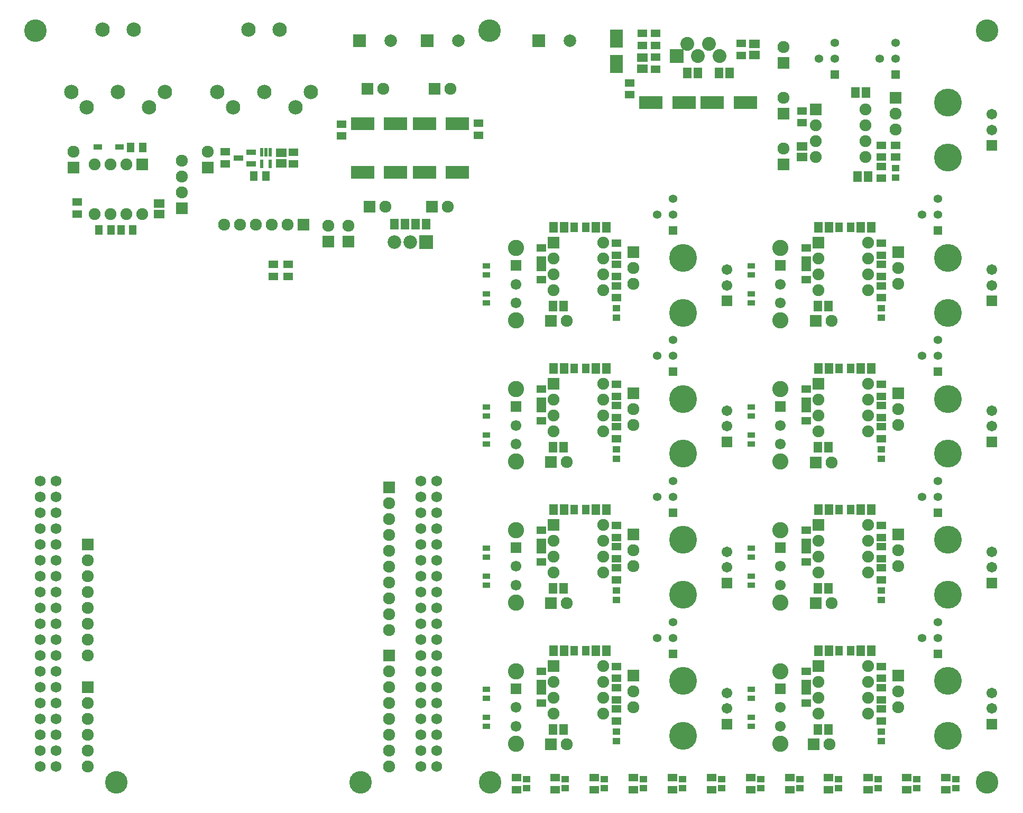
<source format=gts>
G04*
G04 #@! TF.GenerationSoftware,Altium Limited,Altium Designer,25.3.3 (18)*
G04*
G04 Layer_Color=8388736*
%FSLAX25Y25*%
%MOIN*%
G70*
G04*
G04 #@! TF.SameCoordinates,534849FD-C709-4DE4-B12B-026E8ABDF027*
G04*
G04*
G04 #@! TF.FilePolarity,Negative*
G04*
G01*
G75*
%ADD25R,0.14776X0.08083*%
%ADD26R,0.07887X0.11824*%
%ADD27R,0.06509X0.05524*%
%ADD28R,0.06312X0.04737*%
%ADD29R,0.05328X0.03753*%
%ADD30R,0.04737X0.06312*%
%ADD31R,0.04540X0.04343*%
%ADD32R,0.05524X0.06509*%
%ADD33R,0.02375X0.05524*%
%ADD34R,0.06115X0.03359*%
%ADD35R,0.04501X0.03674*%
%ADD36R,0.08772X0.08772*%
%ADD37C,0.08772*%
%ADD38C,0.07591*%
%ADD39R,0.07591X0.07591*%
%ADD40C,0.07493*%
%ADD41R,0.07493X0.07493*%
%ADD42C,0.05347*%
%ADD43R,0.05347X0.05347*%
%ADD44C,0.07887*%
%ADD45R,0.07887X0.07887*%
%ADD46C,0.09068*%
%ADD47R,0.08595X0.08595*%
%ADD48C,0.08595*%
%ADD49R,0.07591X0.07591*%
%ADD50R,0.07493X0.07493*%
%ADD51R,0.06706X0.06706*%
%ADD52C,0.06706*%
%ADD53C,0.17572*%
%ADD54R,0.06765X0.06765*%
%ADD55C,0.06765*%
%ADD56C,0.10190*%
%ADD57C,0.14186*%
%ADD58C,0.06824*%
D25*
X500197Y539764D02*
D03*
X479331D02*
D03*
X538779D02*
D03*
X517913D02*
D03*
X336417Y526378D02*
D03*
X357283D02*
D03*
X318307D02*
D03*
X297441D02*
D03*
X318307Y495669D02*
D03*
X297441D02*
D03*
X336417D02*
D03*
X357283D02*
D03*
D26*
X457480Y563976D02*
D03*
Y580118D02*
D03*
D27*
X474016Y567913D02*
D03*
Y561221D02*
D03*
X574409Y512008D02*
D03*
Y505315D02*
D03*
X544488Y576575D02*
D03*
Y569882D02*
D03*
X246063Y508071D02*
D03*
Y501378D02*
D03*
X169291Y476181D02*
D03*
Y469488D02*
D03*
D28*
X482283Y575787D02*
D03*
Y583268D02*
D03*
X474016Y575787D02*
D03*
Y583268D02*
D03*
X482283Y568307D02*
D03*
Y560827D02*
D03*
X465748Y552165D02*
D03*
Y544685D02*
D03*
X250394Y437598D02*
D03*
Y430118D02*
D03*
X241339D02*
D03*
Y437598D02*
D03*
X624409Y505315D02*
D03*
Y512795D02*
D03*
X633465Y505315D02*
D03*
Y512795D02*
D03*
X624409Y491929D02*
D03*
Y499409D02*
D03*
X574409Y526968D02*
D03*
Y534449D02*
D03*
X536221Y576968D02*
D03*
Y569488D02*
D03*
X253937Y500984D02*
D03*
Y508465D02*
D03*
X117717Y476968D02*
D03*
Y469488D02*
D03*
X211024Y508661D02*
D03*
Y501181D02*
D03*
X394488Y113976D02*
D03*
Y106496D02*
D03*
X418898Y113976D02*
D03*
Y106496D02*
D03*
X443701Y113976D02*
D03*
Y106496D02*
D03*
X468110Y113976D02*
D03*
Y106496D02*
D03*
X492913Y113976D02*
D03*
Y106496D02*
D03*
X517717Y113976D02*
D03*
Y106496D02*
D03*
X542126Y113976D02*
D03*
Y106496D02*
D03*
X566929Y113976D02*
D03*
Y106496D02*
D03*
X591339Y113976D02*
D03*
Y106496D02*
D03*
X616142Y113976D02*
D03*
Y106496D02*
D03*
X640551Y113976D02*
D03*
Y106496D02*
D03*
X665354Y113976D02*
D03*
Y106496D02*
D03*
X624409Y416732D02*
D03*
Y424213D02*
D03*
X577223Y428083D02*
D03*
Y435563D02*
D03*
Y440484D02*
D03*
Y447964D02*
D03*
X624409Y430118D02*
D03*
Y437598D02*
D03*
X624409Y450984D02*
D03*
Y443504D02*
D03*
Y362008D02*
D03*
Y354528D02*
D03*
X624409Y341142D02*
D03*
Y348622D02*
D03*
Y327756D02*
D03*
Y335236D02*
D03*
X577223Y339106D02*
D03*
Y346587D02*
D03*
Y351508D02*
D03*
Y358988D02*
D03*
X624409Y238779D02*
D03*
Y246260D02*
D03*
X577223Y250130D02*
D03*
Y257610D02*
D03*
X624409Y252165D02*
D03*
Y259646D02*
D03*
X624409Y273031D02*
D03*
Y265551D02*
D03*
X577223Y262531D02*
D03*
Y270012D02*
D03*
X624409Y163189D02*
D03*
Y170669D02*
D03*
X624409Y184055D02*
D03*
Y176575D02*
D03*
X577223Y173555D02*
D03*
Y181035D02*
D03*
Y161153D02*
D03*
Y168634D02*
D03*
X624409Y149803D02*
D03*
Y157283D02*
D03*
X457480Y362008D02*
D03*
Y354528D02*
D03*
Y273031D02*
D03*
Y265551D02*
D03*
Y184055D02*
D03*
Y176575D02*
D03*
Y341142D02*
D03*
Y348622D02*
D03*
X410294Y351508D02*
D03*
Y358988D02*
D03*
Y339106D02*
D03*
Y346587D02*
D03*
X457480Y327756D02*
D03*
Y335236D02*
D03*
Y252165D02*
D03*
Y259646D02*
D03*
X410294Y262531D02*
D03*
Y270012D02*
D03*
Y250130D02*
D03*
Y257610D02*
D03*
X457480Y238779D02*
D03*
Y246260D02*
D03*
X457480Y163189D02*
D03*
Y170669D02*
D03*
X410294Y173555D02*
D03*
Y181035D02*
D03*
Y161153D02*
D03*
Y168634D02*
D03*
X457480Y149803D02*
D03*
Y157283D02*
D03*
X457480Y416732D02*
D03*
Y424213D02*
D03*
Y430118D02*
D03*
Y437598D02*
D03*
Y450984D02*
D03*
Y443504D02*
D03*
X410294Y440484D02*
D03*
Y447964D02*
D03*
Y428083D02*
D03*
Y435563D02*
D03*
X370472Y526575D02*
D03*
Y519095D02*
D03*
X284252Y526181D02*
D03*
Y518701D02*
D03*
D29*
X130512Y511811D02*
D03*
X144291D02*
D03*
D30*
X151378Y511417D02*
D03*
X158858D02*
D03*
X228937Y493307D02*
D03*
X236417D02*
D03*
X152559Y459449D02*
D03*
X145079D02*
D03*
X131299D02*
D03*
X138779D02*
D03*
X597835Y461024D02*
D03*
X605315D02*
D03*
X597835Y283071D02*
D03*
X605315D02*
D03*
X597835Y372047D02*
D03*
X605315D02*
D03*
X597835Y194095D02*
D03*
X605315D02*
D03*
X430905Y372047D02*
D03*
X438386D02*
D03*
X430905Y283071D02*
D03*
X438386D02*
D03*
X430905Y194095D02*
D03*
X438386D02*
D03*
X430905Y461024D02*
D03*
X438386D02*
D03*
D31*
X633465Y492323D02*
D03*
Y498228D02*
D03*
X400787Y107283D02*
D03*
Y113189D02*
D03*
X425197Y107283D02*
D03*
Y113189D02*
D03*
X450000Y107283D02*
D03*
Y113189D02*
D03*
X474409Y107283D02*
D03*
Y113189D02*
D03*
X499213Y107283D02*
D03*
Y113189D02*
D03*
X524016Y107283D02*
D03*
Y113189D02*
D03*
X548425Y107283D02*
D03*
Y113189D02*
D03*
X573228Y107283D02*
D03*
Y113189D02*
D03*
X597638Y107283D02*
D03*
Y113189D02*
D03*
X622441Y107283D02*
D03*
Y113189D02*
D03*
X646850Y107283D02*
D03*
Y113189D02*
D03*
X671654Y107283D02*
D03*
Y113189D02*
D03*
X624409Y404134D02*
D03*
Y410039D02*
D03*
Y315158D02*
D03*
Y321063D02*
D03*
Y226181D02*
D03*
Y232087D02*
D03*
Y137205D02*
D03*
Y143110D02*
D03*
X457480Y315158D02*
D03*
Y321063D02*
D03*
Y226181D02*
D03*
Y232087D02*
D03*
X457480Y137205D02*
D03*
Y143110D02*
D03*
X457480Y404134D02*
D03*
Y410039D02*
D03*
D32*
X609646Y492913D02*
D03*
X616338D02*
D03*
X608071Y546063D02*
D03*
X614764D02*
D03*
X522244Y558268D02*
D03*
X528937D02*
D03*
X502165D02*
D03*
X508858D02*
D03*
X330906Y462992D02*
D03*
X337598D02*
D03*
X324213D02*
D03*
X317520D02*
D03*
X591142Y411417D02*
D03*
X584449D02*
D03*
X591142Y322441D02*
D03*
X584449D02*
D03*
X591535Y461024D02*
D03*
X584843D02*
D03*
X611614D02*
D03*
X618307D02*
D03*
X611614Y283071D02*
D03*
X618307D02*
D03*
X591535D02*
D03*
X584843D02*
D03*
X611614Y372047D02*
D03*
X618307D02*
D03*
X591535D02*
D03*
X584843D02*
D03*
X591142Y233465D02*
D03*
X584449D02*
D03*
X591142Y144488D02*
D03*
X584449D02*
D03*
X611614Y194095D02*
D03*
X618307D02*
D03*
X591535D02*
D03*
X584843D02*
D03*
X424606Y372047D02*
D03*
X417913D02*
D03*
X444685D02*
D03*
X451378D02*
D03*
X424213Y322441D02*
D03*
X417520D02*
D03*
X424606Y283071D02*
D03*
X417913D02*
D03*
X444685D02*
D03*
X451378D02*
D03*
X424213Y233465D02*
D03*
X417520D02*
D03*
X424606Y194095D02*
D03*
X417913D02*
D03*
X444685D02*
D03*
X451378D02*
D03*
X424213Y144488D02*
D03*
X417520D02*
D03*
X444685Y461024D02*
D03*
X451378D02*
D03*
X424606D02*
D03*
X417913D02*
D03*
X424213Y411417D02*
D03*
X417520D02*
D03*
D33*
X239173Y500984D02*
D03*
X234055D02*
D03*
Y508465D02*
D03*
X236614D02*
D03*
X239173D02*
D03*
D34*
X219291Y504724D02*
D03*
X227165Y508504D02*
D03*
Y500945D02*
D03*
D35*
X542520Y436654D02*
D03*
Y431063D02*
D03*
Y413347D02*
D03*
Y418937D02*
D03*
Y347677D02*
D03*
Y342087D02*
D03*
Y324370D02*
D03*
Y329961D02*
D03*
Y258701D02*
D03*
Y253110D02*
D03*
Y235394D02*
D03*
Y240984D02*
D03*
Y169724D02*
D03*
Y164134D02*
D03*
Y146417D02*
D03*
Y152008D02*
D03*
X375591Y347677D02*
D03*
Y342087D02*
D03*
Y324370D02*
D03*
Y329961D02*
D03*
Y258701D02*
D03*
Y253110D02*
D03*
Y235394D02*
D03*
Y240984D02*
D03*
X375591Y169724D02*
D03*
Y164134D02*
D03*
Y146417D02*
D03*
Y152008D02*
D03*
X375591Y436654D02*
D03*
Y431063D02*
D03*
Y413346D02*
D03*
Y418937D02*
D03*
D36*
X495669Y568898D02*
D03*
D37*
X509055D02*
D03*
X522441D02*
D03*
X502362Y576772D02*
D03*
X515748D02*
D03*
D38*
X288583Y462205D02*
D03*
X275984D02*
D03*
X200000Y508819D02*
D03*
X115354D02*
D03*
X633538Y532680D02*
D03*
Y522680D02*
D03*
X562992Y574567D02*
D03*
Y542598D02*
D03*
Y510630D02*
D03*
X183465Y502913D02*
D03*
Y492913D02*
D03*
Y482913D02*
D03*
X230315Y462598D02*
D03*
X240315D02*
D03*
X250315D02*
D03*
X210315D02*
D03*
X220315D02*
D03*
X352913Y548425D02*
D03*
X310394D02*
D03*
X593307Y312598D02*
D03*
X635113Y247483D02*
D03*
Y257483D02*
D03*
Y336459D02*
D03*
Y346459D02*
D03*
Y425435D02*
D03*
Y435435D02*
D03*
Y158506D02*
D03*
Y168506D02*
D03*
X593307Y224016D02*
D03*
Y401968D02*
D03*
X591732Y135039D02*
D03*
X426378Y312992D02*
D03*
Y224016D02*
D03*
X426378Y135039D02*
D03*
X468184Y336459D02*
D03*
Y346459D02*
D03*
Y247483D02*
D03*
Y257483D02*
D03*
X468184Y158506D02*
D03*
Y168506D02*
D03*
X468184Y425435D02*
D03*
Y435435D02*
D03*
X426378Y401968D02*
D03*
X314126Y207008D02*
D03*
Y217008D02*
D03*
Y227008D02*
D03*
Y237008D02*
D03*
Y267008D02*
D03*
Y277008D02*
D03*
Y287008D02*
D03*
Y247008D02*
D03*
Y257008D02*
D03*
Y121008D02*
D03*
Y131008D02*
D03*
Y161008D02*
D03*
Y171008D02*
D03*
Y181008D02*
D03*
Y141008D02*
D03*
Y151008D02*
D03*
X124126Y131008D02*
D03*
Y121008D02*
D03*
Y161008D02*
D03*
Y151008D02*
D03*
Y141008D02*
D03*
Y191008D02*
D03*
Y201008D02*
D03*
Y231008D02*
D03*
Y241008D02*
D03*
Y251008D02*
D03*
Y211008D02*
D03*
Y221008D02*
D03*
X351339Y474016D02*
D03*
X311968D02*
D03*
D39*
X288583Y452205D02*
D03*
X275984D02*
D03*
X200000Y498819D02*
D03*
X115354D02*
D03*
X633538Y542680D02*
D03*
X562992Y564567D02*
D03*
Y532598D02*
D03*
Y500630D02*
D03*
X183465Y472913D02*
D03*
X635113Y267483D02*
D03*
Y356459D02*
D03*
Y445435D02*
D03*
Y178506D02*
D03*
X468184Y356459D02*
D03*
Y267483D02*
D03*
X468184Y178506D02*
D03*
X468184Y445435D02*
D03*
X314126Y297008D02*
D03*
Y191008D02*
D03*
X124126Y171008D02*
D03*
Y261008D02*
D03*
D40*
X614597Y535472D02*
D03*
Y525472D02*
D03*
Y515472D02*
D03*
Y505472D02*
D03*
X583337D02*
D03*
Y515472D02*
D03*
Y525472D02*
D03*
X158701Y469409D02*
D03*
X148701D02*
D03*
X138701D02*
D03*
X128701D02*
D03*
Y500669D02*
D03*
X138701D02*
D03*
X148701D02*
D03*
X584912Y441240D02*
D03*
Y431240D02*
D03*
Y421240D02*
D03*
X616172D02*
D03*
Y431240D02*
D03*
Y441240D02*
D03*
Y451240D02*
D03*
X584912Y352264D02*
D03*
Y342264D02*
D03*
Y332264D02*
D03*
X616172D02*
D03*
Y342264D02*
D03*
Y352264D02*
D03*
Y362264D02*
D03*
X584912Y174311D02*
D03*
Y164311D02*
D03*
Y154311D02*
D03*
X616172D02*
D03*
Y164311D02*
D03*
Y174311D02*
D03*
Y184311D02*
D03*
X584912Y263287D02*
D03*
Y253287D02*
D03*
Y243287D02*
D03*
X616172D02*
D03*
Y253287D02*
D03*
Y263287D02*
D03*
Y273287D02*
D03*
X417982Y441240D02*
D03*
Y431240D02*
D03*
Y421240D02*
D03*
X449242D02*
D03*
Y431240D02*
D03*
Y441240D02*
D03*
Y451240D02*
D03*
X417982Y352264D02*
D03*
Y342264D02*
D03*
Y332264D02*
D03*
X449242D02*
D03*
Y342264D02*
D03*
Y352264D02*
D03*
Y362264D02*
D03*
X417982Y263287D02*
D03*
Y253287D02*
D03*
Y243287D02*
D03*
X449242D02*
D03*
Y253287D02*
D03*
Y263287D02*
D03*
Y273287D02*
D03*
X417982Y174311D02*
D03*
Y164311D02*
D03*
Y154311D02*
D03*
X449242D02*
D03*
Y164311D02*
D03*
Y174311D02*
D03*
Y184311D02*
D03*
D41*
X583337Y535472D02*
D03*
X584912Y451240D02*
D03*
Y362264D02*
D03*
Y184311D02*
D03*
Y273287D02*
D03*
X417982Y451240D02*
D03*
Y362264D02*
D03*
Y273287D02*
D03*
X417982Y184311D02*
D03*
D42*
X633465Y567323D02*
D03*
X623465D02*
D03*
X633465Y577323D02*
D03*
X595276Y567323D02*
D03*
X585276D02*
D03*
X595276Y577323D02*
D03*
X660236Y290945D02*
D03*
X650236D02*
D03*
X660236Y300945D02*
D03*
Y379921D02*
D03*
X650236D02*
D03*
X660236Y389921D02*
D03*
Y468898D02*
D03*
X650236D02*
D03*
X660236Y478898D02*
D03*
Y201969D02*
D03*
X650236D02*
D03*
X660236Y211968D02*
D03*
X493307Y201969D02*
D03*
X483307D02*
D03*
X493307Y211968D02*
D03*
X493307Y290945D02*
D03*
X483307D02*
D03*
X493307Y300945D02*
D03*
Y379921D02*
D03*
X483307D02*
D03*
X493307Y389921D02*
D03*
Y468898D02*
D03*
X483307D02*
D03*
X493307Y478898D02*
D03*
D43*
X633465Y557323D02*
D03*
X595276D02*
D03*
X660236Y280945D02*
D03*
Y369921D02*
D03*
Y458898D02*
D03*
Y191969D02*
D03*
X493307D02*
D03*
X493307Y280945D02*
D03*
Y369921D02*
D03*
Y458898D02*
D03*
D44*
X428346Y578740D02*
D03*
X357874D02*
D03*
X315354D02*
D03*
D45*
X408661D02*
D03*
X338189D02*
D03*
X295669D02*
D03*
D46*
X225591Y585827D02*
D03*
X245276D02*
D03*
X215748Y536614D02*
D03*
X255118D02*
D03*
X205906Y546457D02*
D03*
X235433D02*
D03*
X264961D02*
D03*
X133465Y585827D02*
D03*
X153150D02*
D03*
X123622Y536614D02*
D03*
X162992D02*
D03*
X113779Y546457D02*
D03*
X143307D02*
D03*
X172835D02*
D03*
D47*
X337598Y451575D02*
D03*
D48*
X327559D02*
D03*
X317520D02*
D03*
D49*
X260315Y462598D02*
D03*
X342913Y548425D02*
D03*
X300394D02*
D03*
X583307Y312598D02*
D03*
Y224016D02*
D03*
Y401968D02*
D03*
X581732Y135039D02*
D03*
X416378Y312992D02*
D03*
Y224016D02*
D03*
X416378Y135039D02*
D03*
X416378Y401968D02*
D03*
X341339Y474016D02*
D03*
X301969D02*
D03*
D50*
X158701Y500669D02*
D03*
D51*
X694181Y414701D02*
D03*
Y325725D02*
D03*
Y236748D02*
D03*
Y147772D02*
D03*
X527252Y414701D02*
D03*
Y325725D02*
D03*
Y236748D02*
D03*
X527252Y147772D02*
D03*
X694181Y512598D02*
D03*
D52*
Y424543D02*
D03*
Y434386D02*
D03*
Y335567D02*
D03*
Y345409D02*
D03*
Y246591D02*
D03*
Y256433D02*
D03*
Y157614D02*
D03*
Y167457D02*
D03*
X527252Y424543D02*
D03*
Y434386D02*
D03*
Y335567D02*
D03*
Y345410D02*
D03*
Y246591D02*
D03*
Y256433D02*
D03*
X527252Y157614D02*
D03*
Y167457D02*
D03*
X694181Y522441D02*
D03*
Y532283D02*
D03*
D53*
X666622Y407221D02*
D03*
Y441866D02*
D03*
Y318244D02*
D03*
Y352890D02*
D03*
Y229268D02*
D03*
Y263913D02*
D03*
Y140291D02*
D03*
Y174937D02*
D03*
X499693Y407221D02*
D03*
Y441866D02*
D03*
Y318244D02*
D03*
Y352890D02*
D03*
Y229268D02*
D03*
Y263913D02*
D03*
X499693Y140291D02*
D03*
Y174937D02*
D03*
X666622Y505118D02*
D03*
Y539764D02*
D03*
D54*
X394094Y437008D02*
D03*
X561024Y348031D02*
D03*
Y259055D02*
D03*
Y170079D02*
D03*
Y437008D02*
D03*
X394094Y348031D02*
D03*
Y259055D02*
D03*
X394094Y170079D02*
D03*
D55*
X394094Y425197D02*
D03*
Y413386D02*
D03*
X561024Y336221D02*
D03*
Y324410D02*
D03*
Y247244D02*
D03*
Y235433D02*
D03*
Y158268D02*
D03*
Y146457D02*
D03*
Y425197D02*
D03*
Y413386D02*
D03*
X394094Y336221D02*
D03*
Y324410D02*
D03*
Y247244D02*
D03*
Y235433D02*
D03*
X394094Y158268D02*
D03*
Y146457D02*
D03*
D56*
X394094Y448032D02*
D03*
Y402362D02*
D03*
X561024Y359055D02*
D03*
Y313386D02*
D03*
Y270079D02*
D03*
Y224410D02*
D03*
Y181102D02*
D03*
Y135433D02*
D03*
Y448032D02*
D03*
Y402362D02*
D03*
X394094Y359055D02*
D03*
Y313386D02*
D03*
Y270079D02*
D03*
Y224410D02*
D03*
X394094Y181102D02*
D03*
Y135433D02*
D03*
D57*
X377559Y585039D02*
D03*
X377953Y111024D02*
D03*
X91339Y585039D02*
D03*
X691339D02*
D03*
X296126Y111024D02*
D03*
X142126D02*
D03*
X691339D02*
D03*
D58*
X344126Y121008D02*
D03*
X334126D02*
D03*
X344126Y131008D02*
D03*
X334126D02*
D03*
X344126Y141008D02*
D03*
X334126D02*
D03*
X344126Y151008D02*
D03*
X334126D02*
D03*
X344126Y161008D02*
D03*
X334126D02*
D03*
X344126Y171008D02*
D03*
X334126D02*
D03*
X344126Y181008D02*
D03*
X334126D02*
D03*
X344126Y191008D02*
D03*
X334126D02*
D03*
X344126Y201008D02*
D03*
X334126D02*
D03*
X344126Y211008D02*
D03*
X334126D02*
D03*
X344126Y221008D02*
D03*
X334126D02*
D03*
X344126Y231008D02*
D03*
X334126D02*
D03*
X344126Y241008D02*
D03*
X334126D02*
D03*
X344126Y251008D02*
D03*
X334126D02*
D03*
X344126Y261008D02*
D03*
X334126D02*
D03*
X344126Y271008D02*
D03*
X334126D02*
D03*
X344126Y281008D02*
D03*
X334126D02*
D03*
X344126Y291008D02*
D03*
X334126D02*
D03*
X344126Y301008D02*
D03*
X334126D02*
D03*
X104126Y121008D02*
D03*
X94126D02*
D03*
X104126Y131008D02*
D03*
X94126D02*
D03*
X104126Y141008D02*
D03*
X94126D02*
D03*
X104126Y151008D02*
D03*
X94126D02*
D03*
X104126Y161008D02*
D03*
X94126D02*
D03*
X104126Y171008D02*
D03*
X94126D02*
D03*
X104126Y181008D02*
D03*
X94126D02*
D03*
X104126Y191008D02*
D03*
X94126D02*
D03*
X104126Y201008D02*
D03*
X94126D02*
D03*
X104126Y211008D02*
D03*
X94126D02*
D03*
X104126Y221008D02*
D03*
X94126D02*
D03*
X104126Y231008D02*
D03*
X94126D02*
D03*
X104126Y241008D02*
D03*
X94126D02*
D03*
X104126Y251008D02*
D03*
X94126D02*
D03*
X104126Y261008D02*
D03*
X94126D02*
D03*
X104126Y271008D02*
D03*
X94126D02*
D03*
X104126Y281008D02*
D03*
X94126D02*
D03*
X104126Y291008D02*
D03*
X94126D02*
D03*
X104126Y301008D02*
D03*
X94126D02*
D03*
M02*

</source>
